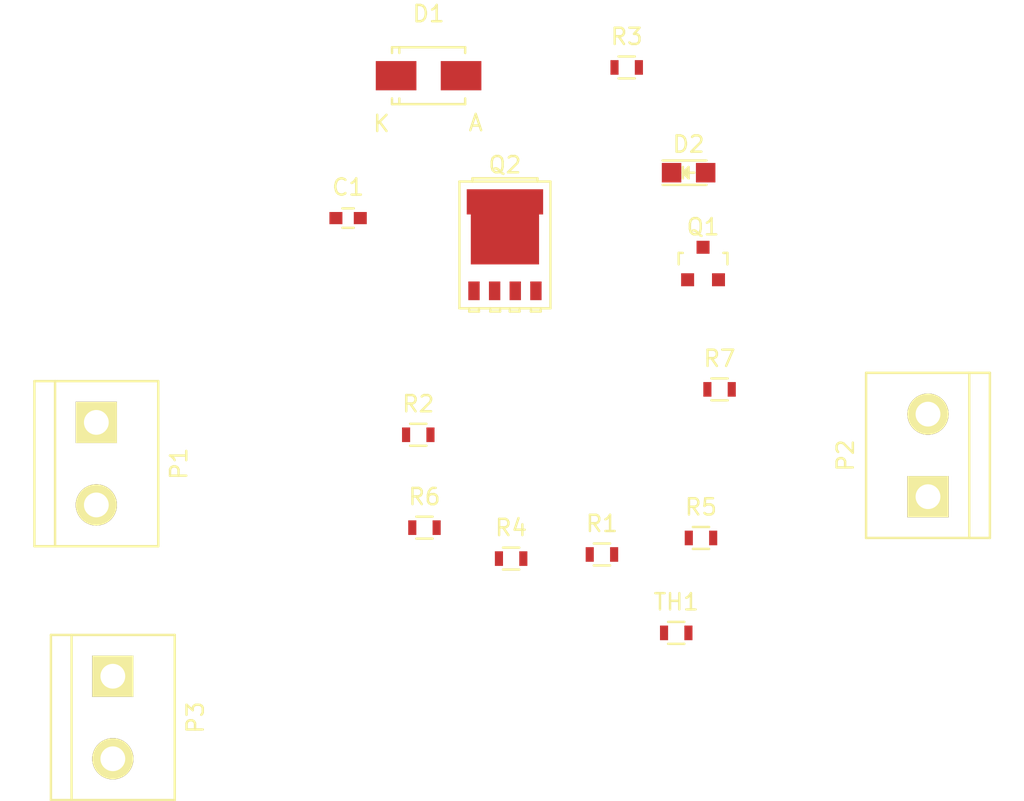
<source format=kicad_pcb>
(kicad_pcb (version 4) (host pcbnew 4.0.2-stable)

  (general
    (links 23)
    (no_connects 23)
    (area 0 0 0 0)
    (thickness 1.6)
    (drawings 0)
    (tracks 0)
    (zones 0)
    (modules 16)
    (nets 12)
  )

  (page A4)
  (title_block
    (title "Power Expander")
    (date 2016-06-17)
    (rev A)
    (company F4DEB)
  )

  (layers
    (0 F.Cu signal)
    (31 B.Cu signal)
    (32 B.Adhes user)
    (33 F.Adhes user)
    (34 B.Paste user)
    (35 F.Paste user)
    (36 B.SilkS user)
    (37 F.SilkS user)
    (38 B.Mask user)
    (39 F.Mask user)
    (40 Dwgs.User user)
    (41 Cmts.User user)
    (42 Eco1.User user)
    (43 Eco2.User user)
    (44 Edge.Cuts user)
    (45 Margin user)
    (46 B.CrtYd user)
    (47 F.CrtYd user)
    (48 B.Fab user)
    (49 F.Fab user)
  )

  (setup
    (last_trace_width 0.25)
    (trace_clearance 0.2)
    (zone_clearance 0.508)
    (zone_45_only no)
    (trace_min 0.2)
    (segment_width 0.2)
    (edge_width 0.15)
    (via_size 0.6)
    (via_drill 0.4)
    (via_min_size 0.4)
    (via_min_drill 0.3)
    (uvia_size 0.3)
    (uvia_drill 0.1)
    (uvias_allowed no)
    (uvia_min_size 0.2)
    (uvia_min_drill 0.1)
    (pcb_text_width 0.3)
    (pcb_text_size 1.5 1.5)
    (mod_edge_width 0.15)
    (mod_text_size 1 1)
    (mod_text_width 0.15)
    (pad_size 1.524 1.524)
    (pad_drill 0.762)
    (pad_to_mask_clearance 0.2)
    (aux_axis_origin 0 0)
    (visible_elements FFFFFF7F)
    (pcbplotparams
      (layerselection 0x00030_80000001)
      (usegerberextensions false)
      (excludeedgelayer true)
      (linewidth 0.100000)
      (plotframeref false)
      (viasonmask false)
      (mode 1)
      (useauxorigin false)
      (hpglpennumber 1)
      (hpglpenspeed 20)
      (hpglpendiameter 15)
      (hpglpenoverlay 2)
      (psnegative false)
      (psa4output false)
      (plotreference true)
      (plotvalue true)
      (plotinvisibletext false)
      (padsonsilk false)
      (subtractmaskfromsilk false)
      (outputformat 1)
      (mirror false)
      (drillshape 1)
      (scaleselection 1)
      (outputdirectory ""))
  )

  (net 0 "")
  (net 1 "Net-(C1-Pad1)")
  (net 2 GND)
  (net 3 "Net-(D2-Pad2)")
  (net 4 +24V)
  (net 5 "Net-(P2-Pad1)")
  (net 6 "Net-(P2-Pad2)")
  (net 7 "Net-(P3-Pad1)")
  (net 8 "Net-(Q1-Pad1)")
  (net 9 "Net-(Q1-Pad2)")
  (net 10 "Net-(R1-Pad1)")
  (net 11 "Net-(R1-Pad2)")

  (net_class Default "Ceci est la Netclass par défaut"
    (clearance 0.2)
    (trace_width 0.25)
    (via_dia 0.6)
    (via_drill 0.4)
    (uvia_dia 0.3)
    (uvia_drill 0.1)
    (add_net +24V)
    (add_net GND)
    (add_net "Net-(C1-Pad1)")
    (add_net "Net-(D2-Pad2)")
    (add_net "Net-(P2-Pad1)")
    (add_net "Net-(P2-Pad2)")
    (add_net "Net-(P3-Pad1)")
    (add_net "Net-(Q1-Pad1)")
    (add_net "Net-(Q1-Pad2)")
    (add_net "Net-(R1-Pad1)")
    (add_net "Net-(R1-Pad2)")
  )

  (module Capacitors_SMD:C_0603 (layer F.Cu) (tedit 5415D631) (tstamp 57643F86)
    (at 132.715 92.456)
    (descr "Capacitor SMD 0603, reflow soldering, AVX (see smccp.pdf)")
    (tags "capacitor 0603")
    (path /5762CA22)
    (attr smd)
    (fp_text reference C1 (at 0 -1.9) (layer F.SilkS)
      (effects (font (size 1 1) (thickness 0.15)))
    )
    (fp_text value 100nF (at 0 1.9) (layer F.Fab)
      (effects (font (size 1 1) (thickness 0.15)))
    )
    (fp_line (start -1.45 -0.75) (end 1.45 -0.75) (layer F.CrtYd) (width 0.05))
    (fp_line (start -1.45 0.75) (end 1.45 0.75) (layer F.CrtYd) (width 0.05))
    (fp_line (start -1.45 -0.75) (end -1.45 0.75) (layer F.CrtYd) (width 0.05))
    (fp_line (start 1.45 -0.75) (end 1.45 0.75) (layer F.CrtYd) (width 0.05))
    (fp_line (start -0.35 -0.6) (end 0.35 -0.6) (layer F.SilkS) (width 0.15))
    (fp_line (start 0.35 0.6) (end -0.35 0.6) (layer F.SilkS) (width 0.15))
    (pad 1 smd rect (at -0.75 0) (size 0.8 0.75) (layers F.Cu F.Paste F.Mask)
      (net 1 "Net-(C1-Pad1)"))
    (pad 2 smd rect (at 0.75 0) (size 0.8 0.75) (layers F.Cu F.Paste F.Mask)
      (net 2 GND))
    (model Capacitors_SMD.3dshapes/C_0603.wrl
      (at (xyz 0 0 0))
      (scale (xyz 1 1 1))
      (rotate (xyz 0 0 0))
    )
  )

  (module Diodes_SMD:SMA_Standard (layer F.Cu) (tedit 552FF239) (tstamp 57643F8C)
    (at 137.668 83.693)
    (descr "Diode SMA")
    (tags "Diode SMA")
    (path /576442DE)
    (attr smd)
    (fp_text reference D1 (at 0 -3.81) (layer F.SilkS)
      (effects (font (size 1 1) (thickness 0.15)))
    )
    (fp_text value ZENERsmall (at 0 4.3) (layer F.Fab)
      (effects (font (size 1 1) (thickness 0.15)))
    )
    (fp_line (start -3.5 -2) (end 3.5 -2) (layer F.CrtYd) (width 0.05))
    (fp_line (start 3.5 -2) (end 3.5 2) (layer F.CrtYd) (width 0.05))
    (fp_line (start 3.5 2) (end -3.5 2) (layer F.CrtYd) (width 0.05))
    (fp_line (start -3.5 2) (end -3.5 -2) (layer F.CrtYd) (width 0.05))
    (fp_text user K (at -2.9 2.95) (layer F.SilkS)
      (effects (font (size 1 1) (thickness 0.15)))
    )
    (fp_text user A (at 2.9 2.9) (layer F.SilkS)
      (effects (font (size 1 1) (thickness 0.15)))
    )
    (fp_circle (center 0 0) (end 0.20066 -0.0508) (layer F.Adhes) (width 0.381))
    (fp_line (start -1.79914 1.75006) (end -1.79914 1.39954) (layer F.SilkS) (width 0.15))
    (fp_line (start -1.79914 -1.75006) (end -1.79914 -1.39954) (layer F.SilkS) (width 0.15))
    (fp_line (start 2.25044 1.75006) (end 2.25044 1.39954) (layer F.SilkS) (width 0.15))
    (fp_line (start -2.25044 1.75006) (end -2.25044 1.39954) (layer F.SilkS) (width 0.15))
    (fp_line (start -2.25044 -1.75006) (end -2.25044 -1.39954) (layer F.SilkS) (width 0.15))
    (fp_line (start 2.25044 -1.75006) (end 2.25044 -1.39954) (layer F.SilkS) (width 0.15))
    (fp_line (start -2.25044 1.75006) (end 2.25044 1.75006) (layer F.SilkS) (width 0.15))
    (fp_line (start -2.25044 -1.75006) (end 2.25044 -1.75006) (layer F.SilkS) (width 0.15))
    (pad 1 smd rect (at -1.99898 0) (size 2.49936 1.80086) (layers F.Cu F.Paste F.Mask)
      (net 1 "Net-(C1-Pad1)"))
    (pad 2 smd rect (at 1.99898 0) (size 2.49936 1.80086) (layers F.Cu F.Paste F.Mask)
      (net 2 GND))
    (model Diodes_SMD.3dshapes/SMA_Standard.wrl
      (at (xyz 0 0 0))
      (scale (xyz 0.3937 0.3937 0.3937))
      (rotate (xyz 0 0 180))
    )
  )

  (module LEDs:LED_0805 (layer F.Cu) (tedit 55BDE1C2) (tstamp 57643F92)
    (at 153.67 89.662)
    (descr "LED 0805 smd package")
    (tags "LED 0805 SMD")
    (path /5762BF2A)
    (attr smd)
    (fp_text reference D2 (at 0 -1.75) (layer F.SilkS)
      (effects (font (size 1 1) (thickness 0.15)))
    )
    (fp_text value LED (at 0 1.75) (layer F.Fab)
      (effects (font (size 1 1) (thickness 0.15)))
    )
    (fp_line (start -1.6 0.75) (end 1.1 0.75) (layer F.SilkS) (width 0.15))
    (fp_line (start -1.6 -0.75) (end 1.1 -0.75) (layer F.SilkS) (width 0.15))
    (fp_line (start -0.1 0.15) (end -0.1 -0.1) (layer F.SilkS) (width 0.15))
    (fp_line (start -0.1 -0.1) (end -0.25 0.05) (layer F.SilkS) (width 0.15))
    (fp_line (start -0.35 -0.35) (end -0.35 0.35) (layer F.SilkS) (width 0.15))
    (fp_line (start 0 0) (end 0.35 0) (layer F.SilkS) (width 0.15))
    (fp_line (start -0.35 0) (end 0 -0.35) (layer F.SilkS) (width 0.15))
    (fp_line (start 0 -0.35) (end 0 0.35) (layer F.SilkS) (width 0.15))
    (fp_line (start 0 0.35) (end -0.35 0) (layer F.SilkS) (width 0.15))
    (fp_line (start 1.9 -0.95) (end 1.9 0.95) (layer F.CrtYd) (width 0.05))
    (fp_line (start 1.9 0.95) (end -1.9 0.95) (layer F.CrtYd) (width 0.05))
    (fp_line (start -1.9 0.95) (end -1.9 -0.95) (layer F.CrtYd) (width 0.05))
    (fp_line (start -1.9 -0.95) (end 1.9 -0.95) (layer F.CrtYd) (width 0.05))
    (pad 2 smd rect (at 1.04902 0 180) (size 1.19888 1.19888) (layers F.Cu F.Paste F.Mask)
      (net 3 "Net-(D2-Pad2)"))
    (pad 1 smd rect (at -1.04902 0 180) (size 1.19888 1.19888) (layers F.Cu F.Paste F.Mask)
      (net 2 GND))
    (model LEDs.3dshapes/LED_0805.wrl
      (at (xyz 0 0 0))
      (scale (xyz 1 1 1))
      (rotate (xyz 0 0 0))
    )
  )

  (module Connect:bornier2 (layer F.Cu) (tedit 0) (tstamp 57643F98)
    (at 117.221 107.569 270)
    (descr "Bornier d'alimentation 2 pins")
    (tags DEV)
    (path /576456CD)
    (fp_text reference P1 (at 0 -5.08 270) (layer F.SilkS)
      (effects (font (size 1 1) (thickness 0.15)))
    )
    (fp_text value CONN_01X02 (at 0 5.08 270) (layer F.Fab)
      (effects (font (size 1 1) (thickness 0.15)))
    )
    (fp_line (start 5.08 2.54) (end -5.08 2.54) (layer F.SilkS) (width 0.15))
    (fp_line (start 5.08 3.81) (end 5.08 -3.81) (layer F.SilkS) (width 0.15))
    (fp_line (start 5.08 -3.81) (end -5.08 -3.81) (layer F.SilkS) (width 0.15))
    (fp_line (start -5.08 -3.81) (end -5.08 3.81) (layer F.SilkS) (width 0.15))
    (fp_line (start -5.08 3.81) (end 5.08 3.81) (layer F.SilkS) (width 0.15))
    (pad 1 thru_hole rect (at -2.54 0 270) (size 2.54 2.54) (drill 1.524) (layers *.Cu *.Mask F.SilkS)
      (net 2 GND))
    (pad 2 thru_hole circle (at 2.54 0 270) (size 2.54 2.54) (drill 1.524) (layers *.Cu *.Mask F.SilkS)
      (net 4 +24V))
    (model Connect.3dshapes/bornier2.wrl
      (at (xyz 0 0 0))
      (scale (xyz 1 1 1))
      (rotate (xyz 0 0 0))
    )
  )

  (module Connect:bornier2 (layer F.Cu) (tedit 0) (tstamp 57643F9E)
    (at 168.402 107.061 90)
    (descr "Bornier d'alimentation 2 pins")
    (tags DEV)
    (path /57643A36)
    (fp_text reference P2 (at 0 -5.08 90) (layer F.SilkS)
      (effects (font (size 1 1) (thickness 0.15)))
    )
    (fp_text value CONN_01X02 (at 0 5.08 90) (layer F.Fab)
      (effects (font (size 1 1) (thickness 0.15)))
    )
    (fp_line (start 5.08 2.54) (end -5.08 2.54) (layer F.SilkS) (width 0.15))
    (fp_line (start 5.08 3.81) (end 5.08 -3.81) (layer F.SilkS) (width 0.15))
    (fp_line (start 5.08 -3.81) (end -5.08 -3.81) (layer F.SilkS) (width 0.15))
    (fp_line (start -5.08 -3.81) (end -5.08 3.81) (layer F.SilkS) (width 0.15))
    (fp_line (start -5.08 3.81) (end 5.08 3.81) (layer F.SilkS) (width 0.15))
    (pad 1 thru_hole rect (at -2.54 0 90) (size 2.54 2.54) (drill 1.524) (layers *.Cu *.Mask F.SilkS)
      (net 5 "Net-(P2-Pad1)"))
    (pad 2 thru_hole circle (at 2.54 0 90) (size 2.54 2.54) (drill 1.524) (layers *.Cu *.Mask F.SilkS)
      (net 6 "Net-(P2-Pad2)"))
    (model Connect.3dshapes/bornier2.wrl
      (at (xyz 0 0 0))
      (scale (xyz 1 1 1))
      (rotate (xyz 0 0 0))
    )
  )

  (module Connect:bornier2 (layer F.Cu) (tedit 0) (tstamp 57643FA4)
    (at 118.237 123.19 270)
    (descr "Bornier d'alimentation 2 pins")
    (tags DEV)
    (path /5764516E)
    (fp_text reference P3 (at 0 -5.08 270) (layer F.SilkS)
      (effects (font (size 1 1) (thickness 0.15)))
    )
    (fp_text value CONN_01X02 (at 0 5.08 270) (layer F.Fab)
      (effects (font (size 1 1) (thickness 0.15)))
    )
    (fp_line (start 5.08 2.54) (end -5.08 2.54) (layer F.SilkS) (width 0.15))
    (fp_line (start 5.08 3.81) (end 5.08 -3.81) (layer F.SilkS) (width 0.15))
    (fp_line (start 5.08 -3.81) (end -5.08 -3.81) (layer F.SilkS) (width 0.15))
    (fp_line (start -5.08 -3.81) (end -5.08 3.81) (layer F.SilkS) (width 0.15))
    (fp_line (start -5.08 3.81) (end 5.08 3.81) (layer F.SilkS) (width 0.15))
    (pad 1 thru_hole rect (at -2.54 0 270) (size 2.54 2.54) (drill 1.524) (layers *.Cu *.Mask F.SilkS)
      (net 7 "Net-(P3-Pad1)"))
    (pad 2 thru_hole circle (at 2.54 0 270) (size 2.54 2.54) (drill 1.524) (layers *.Cu *.Mask F.SilkS)
      (net 4 +24V))
    (model Connect.3dshapes/bornier2.wrl
      (at (xyz 0 0 0))
      (scale (xyz 1 1 1))
      (rotate (xyz 0 0 0))
    )
  )

  (module TO_SOT_Packages_SMD:SOT-23 (layer F.Cu) (tedit 553634F8) (tstamp 57643FAB)
    (at 154.559 95.25)
    (descr "SOT-23, Standard")
    (tags SOT-23)
    (path /576445D4)
    (attr smd)
    (fp_text reference Q1 (at 0 -2.25) (layer F.SilkS)
      (effects (font (size 1 1) (thickness 0.15)))
    )
    (fp_text value Q_NPN_BCE (at 0 2.3) (layer F.Fab)
      (effects (font (size 1 1) (thickness 0.15)))
    )
    (fp_line (start -1.65 -1.6) (end 1.65 -1.6) (layer F.CrtYd) (width 0.05))
    (fp_line (start 1.65 -1.6) (end 1.65 1.6) (layer F.CrtYd) (width 0.05))
    (fp_line (start 1.65 1.6) (end -1.65 1.6) (layer F.CrtYd) (width 0.05))
    (fp_line (start -1.65 1.6) (end -1.65 -1.6) (layer F.CrtYd) (width 0.05))
    (fp_line (start 1.29916 -0.65024) (end 1.2509 -0.65024) (layer F.SilkS) (width 0.15))
    (fp_line (start -1.49982 0.0508) (end -1.49982 -0.65024) (layer F.SilkS) (width 0.15))
    (fp_line (start -1.49982 -0.65024) (end -1.2509 -0.65024) (layer F.SilkS) (width 0.15))
    (fp_line (start 1.29916 -0.65024) (end 1.49982 -0.65024) (layer F.SilkS) (width 0.15))
    (fp_line (start 1.49982 -0.65024) (end 1.49982 0.0508) (layer F.SilkS) (width 0.15))
    (pad 1 smd rect (at -0.95 1.00076) (size 0.8001 0.8001) (layers F.Cu F.Paste F.Mask)
      (net 8 "Net-(Q1-Pad1)"))
    (pad 2 smd rect (at 0.95 1.00076) (size 0.8001 0.8001) (layers F.Cu F.Paste F.Mask)
      (net 9 "Net-(Q1-Pad2)"))
    (pad 3 smd rect (at 0 -0.99822) (size 0.8001 0.8001) (layers F.Cu F.Paste F.Mask)
      (net 2 GND))
    (model TO_SOT_Packages_SMD.3dshapes/SOT-23.wrl
      (at (xyz 0 0 0))
      (scale (xyz 1 1 1))
      (rotate (xyz 0 0 0))
    )
  )

  (module TO_SOT_Packages_SMD:SOT-669_LFPAK (layer F.Cu) (tedit 54C6F638) (tstamp 57643FC2)
    (at 142.367 94.107)
    (descr "LFPAK www.nxp.com/documents/leaflet/939775016838_LR.pdf")
    (tags "LFPAK SOT-669 Power-SO8")
    (path /57644F27)
    (attr smd)
    (fp_text reference Q2 (at 0 -4.925) (layer F.SilkS)
      (effects (font (size 1 1) (thickness 0.15)))
    )
    (fp_text value Q_NMOS_DGS (at 0 5.25) (layer F.Fab)
      (effects (font (size 1 1) (thickness 0.15)))
    )
    (fp_line (start 2.95 -4.25) (end 2.95 4.25) (layer F.CrtYd) (width 0.05))
    (fp_line (start -2.95 4.25) (end -2.95 -4.25) (layer F.CrtYd) (width 0.05))
    (fp_line (start -2.95 4.25) (end 2.95 4.25) (layer F.CrtYd) (width 0.05))
    (fp_line (start -2.95 -4.25) (end 2.95 -4.25) (layer F.CrtYd) (width 0.05))
    (fp_line (start -2 -3.9) (end -2 -4.1) (layer F.SilkS) (width 0.15))
    (fp_line (start -2 -4.1) (end 2 -4.1) (layer F.SilkS) (width 0.15))
    (fp_line (start 2 -4.1) (end 2 -3.9) (layer F.SilkS) (width 0.15))
    (fp_line (start 1.6 3.9) (end 1.6 4.1) (layer F.SilkS) (width 0.15))
    (fp_line (start 1.6 4.1) (end 2.2 4.1) (layer F.SilkS) (width 0.15))
    (fp_line (start 2.2 4.1) (end 2.2 3.9) (layer F.SilkS) (width 0.15))
    (fp_line (start 0.3 3.9) (end 0.3 4.1) (layer F.SilkS) (width 0.15))
    (fp_line (start 0.3 4.1) (end 0.9 4.1) (layer F.SilkS) (width 0.15))
    (fp_line (start 0.9 4.1) (end 0.9 3.9) (layer F.SilkS) (width 0.15))
    (fp_line (start -0.9 3.9) (end -0.9 4.1) (layer F.SilkS) (width 0.15))
    (fp_line (start -0.9 4.1) (end -0.3 4.1) (layer F.SilkS) (width 0.15))
    (fp_line (start -0.3 4.1) (end -0.3 3.9) (layer F.SilkS) (width 0.15))
    (fp_line (start -2.2 3.9) (end -2.2 4.1) (layer F.SilkS) (width 0.15))
    (fp_line (start -2.2 4.1) (end -1.6 4.1) (layer F.SilkS) (width 0.15))
    (fp_line (start -1.6 4.1) (end -1.6 3.9) (layer F.SilkS) (width 0.15))
    (fp_line (start -2.8 -3.9) (end 2.8 -3.9) (layer F.SilkS) (width 0.15))
    (fp_line (start 2.8 -3.9) (end 2.8 3.9) (layer F.SilkS) (width 0.15))
    (fp_line (start 2.8 3.9) (end -2.8 3.9) (layer F.SilkS) (width 0.15))
    (fp_line (start -2.8 3.9) (end -2.8 -3.9) (layer F.SilkS) (width 0.15))
    (pad 7 smd rect (at -1.15 -0.2 90) (size 0.6 0.9) (layers F.Paste))
    (pad 7 smd rect (at -1.15 0.65 90) (size 0.6 0.9) (layers F.Paste))
    (pad 7 smd rect (at -1.15 -1.05 90) (size 0.6 0.9) (layers F.Paste))
    (pad 7 smd rect (at 1.15 -0.2 90) (size 0.6 0.9) (layers F.Paste))
    (pad 7 smd rect (at 1.15 0.65 90) (size 0.6 0.9) (layers F.Paste))
    (pad 7 smd rect (at 1.15 -1.05 90) (size 0.6 0.9) (layers F.Paste))
    (pad 7 smd rect (at 0 -1.05 90) (size 0.6 0.9) (layers F.Paste))
    (pad 7 smd rect (at 0 0.65 90) (size 0.6 0.9) (layers F.Paste))
    (pad 6 smd rect (at -1.875 -2.9) (size 0.6 0.9) (layers F.Paste))
    (pad 6 smd rect (at 1.875 -2.9) (size 0.6 0.9) (layers F.Paste))
    (pad 6 smd rect (at -0.6 -2.9) (size 0.6 0.9) (layers F.Paste))
    (pad 2 smd rect (at -0.635 2.825) (size 0.7 1.15) (layers F.Cu F.Paste F.Mask)
      (net 9 "Net-(Q1-Pad2)") (solder_mask_margin 0.075) (solder_paste_margin -0.05))
    (pad 1 smd rect (at -1.905 2.825) (size 0.7 1.15) (layers F.Cu F.Paste F.Mask)
      (net 7 "Net-(P3-Pad1)") (solder_mask_margin 0.075) (solder_paste_margin -0.05))
    (pad 3 smd rect (at 0.635 2.825) (size 0.7 1.15) (layers F.Cu F.Paste F.Mask)
      (net 2 GND) (solder_mask_margin 0.075) (solder_paste_margin -0.05))
    (pad 5 smd rect (at 0 -2.65) (size 4.7 1.55) (layers F.Cu F.Mask)
      (solder_mask_margin 0.075))
    (pad 5 smd rect (at 0 -0.45) (size 4.2 3.3) (layers F.Cu F.Mask)
      (solder_mask_margin 0.075))
    (pad 4 smd rect (at 1.905 2.825) (size 0.7 1.15) (layers F.Cu F.Paste F.Mask)
      (solder_mask_margin 0.075) (solder_paste_margin -0.05))
    (pad 6 smd rect (at 0.6 -2.9) (size 0.6 0.9) (layers F.Paste))
    (pad 7 smd rect (at 0 -0.2 90) (size 0.6 0.9) (layers F.Paste))
    (model TO_SOT_Packages_SMD.3dshapes/SOT-669_LFPAK.wrl
      (at (xyz 0 0 0))
      (scale (xyz 0.3937 0.3937 0.3937))
      (rotate (xyz 0 0 0))
    )
  )

  (module Resistors_SMD:R_0603 (layer F.Cu) (tedit 5415CC62) (tstamp 57643FC8)
    (at 148.336 113.157)
    (descr "Resistor SMD 0603, reflow soldering, Vishay (see dcrcw.pdf)")
    (tags "resistor 0603")
    (path /5762BCE6)
    (attr smd)
    (fp_text reference R1 (at 0 -1.9) (layer F.SilkS)
      (effects (font (size 1 1) (thickness 0.15)))
    )
    (fp_text value 330 (at 0 1.9) (layer F.Fab)
      (effects (font (size 1 1) (thickness 0.15)))
    )
    (fp_line (start -1.3 -0.8) (end 1.3 -0.8) (layer F.CrtYd) (width 0.05))
    (fp_line (start -1.3 0.8) (end 1.3 0.8) (layer F.CrtYd) (width 0.05))
    (fp_line (start -1.3 -0.8) (end -1.3 0.8) (layer F.CrtYd) (width 0.05))
    (fp_line (start 1.3 -0.8) (end 1.3 0.8) (layer F.CrtYd) (width 0.05))
    (fp_line (start 0.5 0.675) (end -0.5 0.675) (layer F.SilkS) (width 0.15))
    (fp_line (start -0.5 -0.675) (end 0.5 -0.675) (layer F.SilkS) (width 0.15))
    (pad 1 smd rect (at -0.75 0) (size 0.5 0.9) (layers F.Cu F.Paste F.Mask)
      (net 10 "Net-(R1-Pad1)"))
    (pad 2 smd rect (at 0.75 0) (size 0.5 0.9) (layers F.Cu F.Paste F.Mask)
      (net 11 "Net-(R1-Pad2)"))
    (model Resistors_SMD.3dshapes/R_0603.wrl
      (at (xyz 0 0 0))
      (scale (xyz 1 1 1))
      (rotate (xyz 0 0 0))
    )
  )

  (module Resistors_SMD:R_0603 (layer F.Cu) (tedit 5415CC62) (tstamp 57643FCE)
    (at 137.033 105.791)
    (descr "Resistor SMD 0603, reflow soldering, Vishay (see dcrcw.pdf)")
    (tags "resistor 0603")
    (path /5762BD37)
    (attr smd)
    (fp_text reference R2 (at 0 -1.9) (layer F.SilkS)
      (effects (font (size 1 1) (thickness 0.15)))
    )
    (fp_text value 100k (at 0 1.9) (layer F.Fab)
      (effects (font (size 1 1) (thickness 0.15)))
    )
    (fp_line (start -1.3 -0.8) (end 1.3 -0.8) (layer F.CrtYd) (width 0.05))
    (fp_line (start -1.3 0.8) (end 1.3 0.8) (layer F.CrtYd) (width 0.05))
    (fp_line (start -1.3 -0.8) (end -1.3 0.8) (layer F.CrtYd) (width 0.05))
    (fp_line (start 1.3 -0.8) (end 1.3 0.8) (layer F.CrtYd) (width 0.05))
    (fp_line (start 0.5 0.675) (end -0.5 0.675) (layer F.SilkS) (width 0.15))
    (fp_line (start -0.5 -0.675) (end 0.5 -0.675) (layer F.SilkS) (width 0.15))
    (pad 1 smd rect (at -0.75 0) (size 0.5 0.9) (layers F.Cu F.Paste F.Mask)
      (net 10 "Net-(R1-Pad1)"))
    (pad 2 smd rect (at 0.75 0) (size 0.5 0.9) (layers F.Cu F.Paste F.Mask)
      (net 5 "Net-(P2-Pad1)"))
    (model Resistors_SMD.3dshapes/R_0603.wrl
      (at (xyz 0 0 0))
      (scale (xyz 1 1 1))
      (rotate (xyz 0 0 0))
    )
  )

  (module Resistors_SMD:R_0603 (layer F.Cu) (tedit 5415CC62) (tstamp 57643FD4)
    (at 149.86 83.185)
    (descr "Resistor SMD 0603, reflow soldering, Vishay (see dcrcw.pdf)")
    (tags "resistor 0603")
    (path /5762C9B7)
    (attr smd)
    (fp_text reference R3 (at 0 -1.9) (layer F.SilkS)
      (effects (font (size 1 1) (thickness 0.15)))
    )
    (fp_text value 1K (at 0 1.9) (layer F.Fab)
      (effects (font (size 1 1) (thickness 0.15)))
    )
    (fp_line (start -1.3 -0.8) (end 1.3 -0.8) (layer F.CrtYd) (width 0.05))
    (fp_line (start -1.3 0.8) (end 1.3 0.8) (layer F.CrtYd) (width 0.05))
    (fp_line (start -1.3 -0.8) (end -1.3 0.8) (layer F.CrtYd) (width 0.05))
    (fp_line (start 1.3 -0.8) (end 1.3 0.8) (layer F.CrtYd) (width 0.05))
    (fp_line (start 0.5 0.675) (end -0.5 0.675) (layer F.SilkS) (width 0.15))
    (fp_line (start -0.5 -0.675) (end 0.5 -0.675) (layer F.SilkS) (width 0.15))
    (pad 1 smd rect (at -0.75 0) (size 0.5 0.9) (layers F.Cu F.Paste F.Mask)
      (net 4 +24V))
    (pad 2 smd rect (at 0.75 0) (size 0.5 0.9) (layers F.Cu F.Paste F.Mask)
      (net 1 "Net-(C1-Pad1)"))
    (model Resistors_SMD.3dshapes/R_0603.wrl
      (at (xyz 0 0 0))
      (scale (xyz 1 1 1))
      (rotate (xyz 0 0 0))
    )
  )

  (module Resistors_SMD:R_0603 (layer F.Cu) (tedit 5415CC62) (tstamp 57643FDA)
    (at 142.748 113.411)
    (descr "Resistor SMD 0603, reflow soldering, Vishay (see dcrcw.pdf)")
    (tags "resistor 0603")
    (path /5762C64A)
    (attr smd)
    (fp_text reference R4 (at 0 -1.9) (layer F.SilkS)
      (effects (font (size 1 1) (thickness 0.15)))
    )
    (fp_text value 10K (at 0 1.9) (layer F.Fab)
      (effects (font (size 1 1) (thickness 0.15)))
    )
    (fp_line (start -1.3 -0.8) (end 1.3 -0.8) (layer F.CrtYd) (width 0.05))
    (fp_line (start -1.3 0.8) (end 1.3 0.8) (layer F.CrtYd) (width 0.05))
    (fp_line (start -1.3 -0.8) (end -1.3 0.8) (layer F.CrtYd) (width 0.05))
    (fp_line (start 1.3 -0.8) (end 1.3 0.8) (layer F.CrtYd) (width 0.05))
    (fp_line (start 0.5 0.675) (end -0.5 0.675) (layer F.SilkS) (width 0.15))
    (fp_line (start -0.5 -0.675) (end 0.5 -0.675) (layer F.SilkS) (width 0.15))
    (pad 1 smd rect (at -0.75 0) (size 0.5 0.9) (layers F.Cu F.Paste F.Mask)
      (net 1 "Net-(C1-Pad1)"))
    (pad 2 smd rect (at 0.75 0) (size 0.5 0.9) (layers F.Cu F.Paste F.Mask)
      (net 8 "Net-(Q1-Pad1)"))
    (model Resistors_SMD.3dshapes/R_0603.wrl
      (at (xyz 0 0 0))
      (scale (xyz 1 1 1))
      (rotate (xyz 0 0 0))
    )
  )

  (module Resistors_SMD:R_0603 (layer F.Cu) (tedit 5415CC62) (tstamp 57643FE0)
    (at 154.432 112.141)
    (descr "Resistor SMD 0603, reflow soldering, Vishay (see dcrcw.pdf)")
    (tags "resistor 0603")
    (path /5762C6B1)
    (attr smd)
    (fp_text reference R5 (at 0 -1.9) (layer F.SilkS)
      (effects (font (size 1 1) (thickness 0.15)))
    )
    (fp_text value 1K (at 0 1.9) (layer F.Fab)
      (effects (font (size 1 1) (thickness 0.15)))
    )
    (fp_line (start -1.3 -0.8) (end 1.3 -0.8) (layer F.CrtYd) (width 0.05))
    (fp_line (start -1.3 0.8) (end 1.3 0.8) (layer F.CrtYd) (width 0.05))
    (fp_line (start -1.3 -0.8) (end -1.3 0.8) (layer F.CrtYd) (width 0.05))
    (fp_line (start 1.3 -0.8) (end 1.3 0.8) (layer F.CrtYd) (width 0.05))
    (fp_line (start 0.5 0.675) (end -0.5 0.675) (layer F.SilkS) (width 0.15))
    (fp_line (start -0.5 -0.675) (end 0.5 -0.675) (layer F.SilkS) (width 0.15))
    (pad 1 smd rect (at -0.75 0) (size 0.5 0.9) (layers F.Cu F.Paste F.Mask)
      (net 1 "Net-(C1-Pad1)"))
    (pad 2 smd rect (at 0.75 0) (size 0.5 0.9) (layers F.Cu F.Paste F.Mask)
      (net 9 "Net-(Q1-Pad2)"))
    (model Resistors_SMD.3dshapes/R_0603.wrl
      (at (xyz 0 0 0))
      (scale (xyz 1 1 1))
      (rotate (xyz 0 0 0))
    )
  )

  (module Resistors_SMD:R_0603 (layer F.Cu) (tedit 5415CC62) (tstamp 57643FE6)
    (at 137.414 111.506)
    (descr "Resistor SMD 0603, reflow soldering, Vishay (see dcrcw.pdf)")
    (tags "resistor 0603")
    (path /5762C17C)
    (attr smd)
    (fp_text reference R6 (at 0 -1.9) (layer F.SilkS)
      (effects (font (size 1 1) (thickness 0.15)))
    )
    (fp_text value 4.7K (at 0 1.9) (layer F.Fab)
      (effects (font (size 1 1) (thickness 0.15)))
    )
    (fp_line (start -1.3 -0.8) (end 1.3 -0.8) (layer F.CrtYd) (width 0.05))
    (fp_line (start -1.3 0.8) (end 1.3 0.8) (layer F.CrtYd) (width 0.05))
    (fp_line (start -1.3 -0.8) (end -1.3 0.8) (layer F.CrtYd) (width 0.05))
    (fp_line (start 1.3 -0.8) (end 1.3 0.8) (layer F.CrtYd) (width 0.05))
    (fp_line (start 0.5 0.675) (end -0.5 0.675) (layer F.SilkS) (width 0.15))
    (fp_line (start -0.5 -0.675) (end 0.5 -0.675) (layer F.SilkS) (width 0.15))
    (pad 1 smd rect (at -0.75 0) (size 0.5 0.9) (layers F.Cu F.Paste F.Mask)
      (net 9 "Net-(Q1-Pad2)"))
    (pad 2 smd rect (at 0.75 0) (size 0.5 0.9) (layers F.Cu F.Paste F.Mask)
      (net 3 "Net-(D2-Pad2)"))
    (model Resistors_SMD.3dshapes/R_0603.wrl
      (at (xyz 0 0 0))
      (scale (xyz 1 1 1))
      (rotate (xyz 0 0 0))
    )
  )

  (module Resistors_SMD:R_0603 (layer F.Cu) (tedit 5415CC62) (tstamp 57643FEC)
    (at 155.575 102.997)
    (descr "Resistor SMD 0603, reflow soldering, Vishay (see dcrcw.pdf)")
    (tags "resistor 0603")
    (path /5762C1F8)
    (attr smd)
    (fp_text reference R7 (at 0 -1.9) (layer F.SilkS)
      (effects (font (size 1 1) (thickness 0.15)))
    )
    (fp_text value 100K (at 0 1.9) (layer F.Fab)
      (effects (font (size 1 1) (thickness 0.15)))
    )
    (fp_line (start -1.3 -0.8) (end 1.3 -0.8) (layer F.CrtYd) (width 0.05))
    (fp_line (start -1.3 0.8) (end 1.3 0.8) (layer F.CrtYd) (width 0.05))
    (fp_line (start -1.3 -0.8) (end -1.3 0.8) (layer F.CrtYd) (width 0.05))
    (fp_line (start 1.3 -0.8) (end 1.3 0.8) (layer F.CrtYd) (width 0.05))
    (fp_line (start 0.5 0.675) (end -0.5 0.675) (layer F.SilkS) (width 0.15))
    (fp_line (start -0.5 -0.675) (end 0.5 -0.675) (layer F.SilkS) (width 0.15))
    (pad 1 smd rect (at -0.75 0) (size 0.5 0.9) (layers F.Cu F.Paste F.Mask)
      (net 9 "Net-(Q1-Pad2)"))
    (pad 2 smd rect (at 0.75 0) (size 0.5 0.9) (layers F.Cu F.Paste F.Mask)
      (net 2 GND))
    (model Resistors_SMD.3dshapes/R_0603.wrl
      (at (xyz 0 0 0))
      (scale (xyz 1 1 1))
      (rotate (xyz 0 0 0))
    )
  )

  (module Resistors_SMD:R_0603 (layer F.Cu) (tedit 5415CC62) (tstamp 57643FF2)
    (at 152.908 117.983)
    (descr "Resistor SMD 0603, reflow soldering, Vishay (see dcrcw.pdf)")
    (tags "resistor 0603")
    (path /576440CE)
    (attr smd)
    (fp_text reference TH1 (at 0 -1.9) (layer F.SilkS)
      (effects (font (size 1 1) (thickness 0.15)))
    )
    (fp_text value "THERMISTOR 220" (at 0 1.9) (layer F.Fab)
      (effects (font (size 1 1) (thickness 0.15)))
    )
    (fp_line (start -1.3 -0.8) (end 1.3 -0.8) (layer F.CrtYd) (width 0.05))
    (fp_line (start -1.3 0.8) (end 1.3 0.8) (layer F.CrtYd) (width 0.05))
    (fp_line (start -1.3 -0.8) (end -1.3 0.8) (layer F.CrtYd) (width 0.05))
    (fp_line (start 1.3 -0.8) (end 1.3 0.8) (layer F.CrtYd) (width 0.05))
    (fp_line (start 0.5 0.675) (end -0.5 0.675) (layer F.SilkS) (width 0.15))
    (fp_line (start -0.5 -0.675) (end 0.5 -0.675) (layer F.SilkS) (width 0.15))
    (pad 1 smd rect (at -0.75 0) (size 0.5 0.9) (layers F.Cu F.Paste F.Mask)
      (net 11 "Net-(R1-Pad2)"))
    (pad 2 smd rect (at 0.75 0) (size 0.5 0.9) (layers F.Cu F.Paste F.Mask)
      (net 6 "Net-(P2-Pad2)"))
    (model Resistors_SMD.3dshapes/R_0603.wrl
      (at (xyz 0 0 0))
      (scale (xyz 1 1 1))
      (rotate (xyz 0 0 0))
    )
  )

)

</source>
